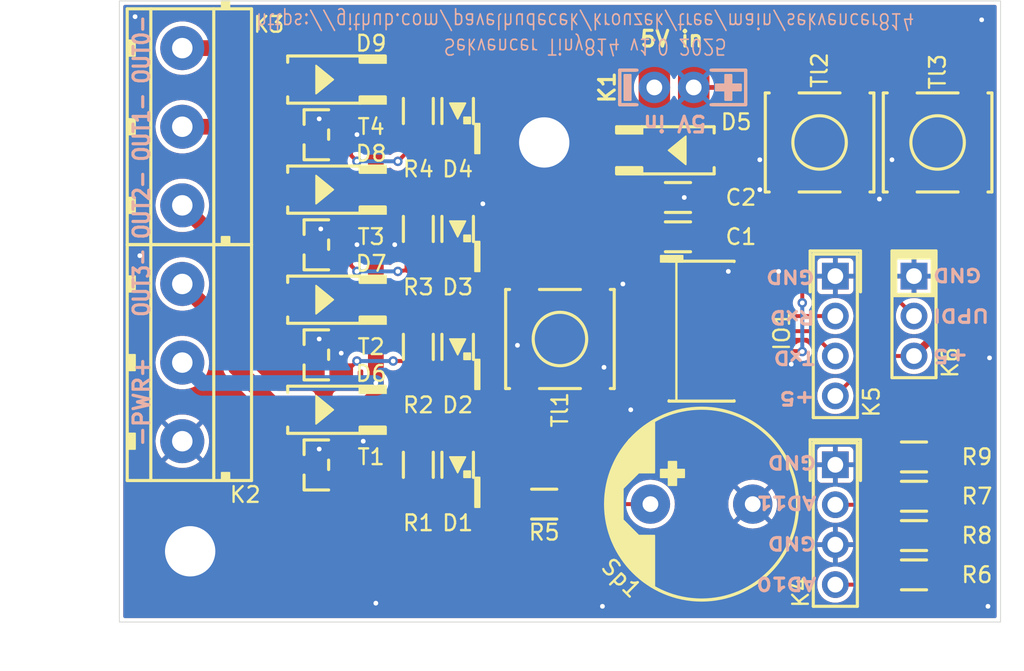
<source format=kicad_pcb>
(kicad_pcb (version 20240108) (generator "pcbnew") (generator_version "8.0")
  (layers (0 "F.Cu" signal) (31 "B.Cu" signal) (34 "B.Paste" user) (35 "F.Paste" user) (36 "B.SilkS" user "B.Silkscreen") (37 "F.SilkS" user "F.Silkscreen") (38 "B.Mask" user) (39 "F.Mask" user) (44 "Edge.Cuts" user))
  (net 0 "")
  (net 1 "GNDD")
  (net 2 "+5V")
  (net 3 "Net-(D1-A)")
  (net 4 "Net-(D2-A)")
  (net 5 "Net-(D3-A)")
  (net 6 "Net-(D4-A)")
  (net 7 "Net-(D6-K)")
  (net 8 "Net-(D6-A)")
  (net 9 "Net-(D7-A)")
  (net 10 "Net-(D8-A)")
  (net 11 "Net-(D9-A)")
  (net 12 "/RxD")
  (net 13 "/AD10")
  (net 14 "/PIP")
  (net 15 "/UPDI+TL")
  (net 16 "/TxD")
  (net 17 "/AD11")
  (net 18 "/OUT1")
  (net 19 "/OUT0")
  (net 20 "/OUT2")
  (net 21 "/OUT3")
  (net 22 "/Tlac2")
  (net 23 "Net-(Sp1-p)")
  (net 24 "/Tlac1")
  (net 25 "Net-(K4-Pin_4)")
  (net 26 "Net-(K4-Pin_2)")
  (footprint "_pasivni:R_1206-hand" (layer "F.Cu") (at 119 75 90)
    (property "Reference" "R3" (at -3.7 0 180) (layer "F.SilkS"))
    (property "Value" "3k 1%")
    (pad "1" smd roundrect (at -1.9 0 90) (size 1.8 1.75) (layers "F.Cu" "F.Paste" "F.Mask") (roundrect_rratio 0.094) (net 18 "/OUT1"))
    (pad "2" smd roundrect (at 1.9 0 90) (size 1.8 1.75) (layers "F.Cu" "F.Paste" "F.Mask") (roundrect_rratio 0.094) (net 5 "Net-(D3-A)"))
  )
  (footprint "_konektory:ARK500-3" (layer "F.Cu") (at 104 88.5 90)
    (property "Reference" "K2" (at -3.4 4 180) (layer "F.SilkS"))
    (property "Value" "ARK500-3")
    (pad "1" thru_hole circle (at 0 0 90) (size 2.8 2.8) (drill 1.3) (layers "*.Cu" "*.Mask") (net 1 "GNDD"))
    (pad "2" thru_hole circle (at 5 0 90) (size 2.8 2.8) (drill 1.3) (layers "*.Cu" "*.Mask") (net 7 "Net-(D6-K)"))
    (pad "3" thru_hole circle (at 10 0 90) (size 2.8 2.8) (drill 1.3) (layers "*.Cu" "*.Mask") (net 8 "Net-(D6-A)"))
  )
  (footprint "_pasivni:R_1206-hand" (layer "F.Cu") (at 119 82.5 90)
    (property "Reference" "R2" (at -3.7 0 180) (layer "F.SilkS"))
    (property "Value" "3k 1%")
    (pad "1" smd roundrect (at -1.9 0 90) (size 1.8 1.75) (layers "F.Cu" "F.Paste" "F.Mask") (roundrect_rratio 0.094) (net 20 "/OUT2"))
    (pad "2" smd roundrect (at 1.9 0 90) (size 1.8 1.75) (layers "F.Cu" "F.Paste" "F.Mask") (roundrect_rratio 0.094) (net 4 "Net-(D2-A)"))
  )
  (footprint "_pasivni:R_1206-hand" (layer "F.Cu") (at 127 92.5 180)
    (property "Reference" "R5" (at 0 -1.8 0) (layer "F.SilkS"))
    (property "Value" "100R")
    (pad "1" smd roundrect (at -1.9 0 180) (size 1.8 1.75) (layers "F.Cu" "F.Paste" "F.Mask") (roundrect_rratio 0.094) (net 23 "Net-(Sp1-p)"))
    (pad "2" smd roundrect (at 1.9 0 180) (size 1.8 1.75) (layers "F.Cu" "F.Paste" "F.Mask") (roundrect_rratio 0.094) (net 14 "/PIP"))
  )
  (footprint "_diskretni:LED1206-hand" (layer "F.Cu") (at 121.5 75 90)
    (property "Reference" "D3" (at -3.7 0 180) (layer "F.SilkS"))
    (property "Value" "R")
    (pad "1" smd roundrect (at -1.9 0 90) (size 1.8 1.75) (layers "F.Cu" "F.Paste" "F.Mask") (roundrect_rratio 0.094) (net 1 "GNDD"))
    (pad "2" smd roundrect (at 1.9 0 90) (size 1.8 1.75) (layers "F.Cu" "F.Paste" "F.Mask") (roundrect_rratio 0.088) (net 5 "Net-(D3-A)"))
  )
  (footprint "_io:SO14-hand" (layer "F.Cu") (at 137 81.5)
    (property "Reference" "IO1" (at 5.1 0 90) (layer "F.SilkS"))
    (property "Value" "ATtiny814")
    (pad "1" smd rect (at -3.3 -3.81) (size 2 0.6) (layers "F.Cu" "F.Paste" "F.Mask") (net 2 "+5V"))
    (pad "2" smd rect (at -3.3 -2.54) (size 2 0.6) (layers "F.Cu" "F.Paste" "F.Mask") (net 19 "/OUT0"))
    (pad "3" smd rect (at -3.3 -1.27) (size 2 0.6) (layers "F.Cu" "F.Paste" "F.Mask") (net 18 "/OUT1"))
    (pad "4" smd rect (at -3.3 0) (size 2 0.6) (layers "F.Cu" "F.Paste" "F.Mask") (net 20 "/OUT2"))
    (pad "5" smd rect (at -3.3 1.27) (size 2 0.6) (layers "F.Cu" "F.Paste" "F.Mask") (net 21 "/OUT3"))
    (pad "6" smd rect (at -3.3 2.54) (size 2 0.6) (layers "F.Cu" "F.Paste" "F.Mask") (net 24 "/Tlac1"))
    (pad "7" smd rect (at -3.3 3.81) (size 2 0.6) (layers "F.Cu" "F.Paste" "F.Mask") (net 14 "/PIP"))
    (pad "8" smd rect (at 3.3 3.81) (size 2 0.6) (layers "F.Cu" "F.Paste" "F.Mask") (net 13 "/AD10"))
    (pad "9" smd rect (at 3.3 2.54) (size 2 0.6) (layers "F.Cu" "F.Paste" "F.Mask") (net 17 "/AD11"))
    (pad "10" smd rect (at 3.3 1.27) (size 2 0.6) (layers "F.Cu" "F.Paste" "F.Mask") (net 15 "/UPDI+TL"))
    (pad "11" smd rect (at 3.3 0) (size 2 0.6) (layers "F.Cu" "F.Paste" "F.Mask") (net 16 "/TxD"))
    (pad "12" smd rect (at 3.3 -1.27) (size 2 0.6) (layers "F.Cu" "F.Paste" "F.Mask") (net 12 "/RxD"))
    (pad "13" smd rect (at 3.3 -2.54) (size 2 0.6) (layers "F.Cu" "F.Paste" "F.Mask") (net 22 "/Tlac2"))
    (pad "14" smd rect (at 3.3 -3.81) (size 2 0.6) (layers "F.Cu" "F.Paste" "F.Mask") (net 1 "GNDD"))
  )
  (footprint "_diskretni:LED1206-hand" (layer "F.Cu") (at 121.5 67.5 90)
    (property "Reference" "D4" (at -3.7 0 180) (layer "F.SilkS"))
    (property "Value" "R")
    (pad "1" smd roundrect (at -1.9 0 90) (size 1.8 1.75) (layers "F.Cu" "F.Paste" "F.Mask") (roundrect_rratio 0.094) (net 1 "GNDD"))
    (pad "2" smd roundrect (at 1.9 0 90) (size 1.8 1.75) (layers "F.Cu" "F.Paste" "F.Mask") (roundrect_rratio 0.088) (net 6 "Net-(D4-A)"))
  )
  (footprint "_pasivni:R_1206-hand" (layer "F.Cu") (at 119 67.5 90)
    (property "Reference" "R4" (at -3.7 0 180) (layer "F.SilkS"))
    (property "Value" "3k 1%")
    (pad "1" smd roundrect (at -1.9 0 90) (size 1.8 1.75) (layers "F.Cu" "F.Paste" "F.Mask") (roundrect_rratio 0.094) (net 19 "/OUT0"))
    (pad "2" smd roundrect (at 1.9 0 90) (size 1.8 1.75) (layers "F.Cu" "F.Paste" "F.Mask") (roundrect_rratio 0.094) (net 6 "Net-(D4-A)"))
  )
  (footprint "_pasivni:R_1206-hand" (layer "F.Cu") (at 150.5 89.5 180)
    (property "Reference" "R9" (at -4 0 0) (layer "F.SilkS"))
    (property "Value" "3k 1%")
    (pad "1" smd roundrect (at -1.9 0 180) (size 1.8 1.75) (layers "F.Cu" "F.Paste" "F.Mask") (roundrect_rratio 0.094) (net 17 "/AD11"))
    (pad "2" smd roundrect (at 1.9 0 180) (size 1.8 1.75) (layers "F.Cu" "F.Paste" "F.Mask") (roundrect_rratio 0.094) (net 1 "GNDD"))
  )
  (footprint "_pasivni:R_1206-hand" (layer "F.Cu") (at 150.5 92 180)
    (property "Reference" "R7" (at -4 0 0) (layer "F.SilkS"))
    (property "Value" "27k 1%")
    (pad "1" smd roundrect (at -1.9 0 180) (size 1.8 1.75) (layers "F.Cu" "F.Paste" "F.Mask") (roundrect_rratio 0.094) (net 17 "/AD11"))
    (pad "2" smd roundrect (at 1.9 0 180) (size 1.8 1.75) (layers "F.Cu" "F.Paste" "F.Mask") (roundrect_rratio 0.094) (net 26 "Net-(K4-Pin_2)"))
  )
  (footprint "_diskretni:LED1206-hand" (layer "F.Cu") (at 121.5 90 90)
    (property "Reference" "D1" (at -3.7 0 180) (layer "F.SilkS"))
    (property "Value" "R")
    (pad "1" smd roundrect (at -1.9 0 90) (size 1.8 1.75) (layers "F.Cu" "F.Paste" "F.Mask") (roundrect_rratio 0.094) (net 1 "GNDD"))
    (pad "2" smd roundrect (at 1.9 0 90) (size 1.8 1.75) (layers "F.Cu" "F.Paste" "F.Mask") (roundrect_rratio 0.088) (net 3 "Net-(D1-A)"))
  )
  (footprint "_konektory:kon-1x2-s2x4+holes-pwr" (layer "F.Cu") (at 136.5 66 -90)
    (property "Reference" "K1" (at 0 5.5 90) (layer "F.SilkS") (effects (font (thickness 0.2))))
    (property "Value" "dnp")
    (pad "1" thru_hole circle (at 0 0 270) (size 2 2) (drill 1) (layers "*.Cu" "*.Mask") (net 1 "GNDD"))
    (pad "1" smd rect (at 0 0 270) (size 4 2) (layers "F.Cu" "F.Paste" "F.Mask") (net 1 "GNDD"))
    (pad "2" thru_hole circle (at 0 2.5 270) (size 2 2) (drill 1) (layers "*.Cu" "*.Mask") (net 2 "+5V"))
    (pad "2" smd rect (at 0 2.5 270) (size 4 2) (layers "F.Cu" "F.Paste" "F.Mask") (net 2 "+5V"))
  )
  (footprint "_diskretni:SOT23-hand" (layer "F.Cu") (at 112.5 76 180)
    (property "Reference" "T3" (at -3.5 0.5 0) (layer "F.SilkS"))
    (property "Value" "MOSFET-N")
    (pad "1" smd rect (at -1.6 -0.95 180) (size 1.5 0.8) (layers "F.Cu" "F.Paste" "F.Mask") (net 18 "/OUT1"))
    (pad "2" smd rect (at -1.6 0.95 180) (size 1.5 0.8) (layers "F.Cu" "F.Paste" "F.Mask") (net 1 "GNDD"))
    (pad "3" smd rect (at 1.6 0 180) (size 1.5 0.8) (layers "F.Cu" "F.Paste" "F.Mask") (net 10 "Net-(D8-A)"))
  )
  (footprint "_diskretni:SOT23-hand" (layer "F.Cu") (at 112.5 69 180)
    (property "Reference" "T4" (at -3.5 0.5 0) (layer "F.SilkS"))
    (property "Value" "MOSFET-N")
    (pad "1" smd rect (at -1.6 -0.95 180) (size 1.5 0.8) (layers "F.Cu" "F.Paste" "F.Mask") (net 19 "/OUT0"))
    (pad "2" smd rect (at -1.6 0.95 180) (size 1.5 0.8) (layers "F.Cu" "F.Paste" "F.Mask") (net 1 "GNDD"))
    (pad "3" smd rect (at 1.6 0 180) (size 1.5 0.8) (layers "F.Cu" "F.Paste" "F.Mask") (net 11 "Net-(D9-A)"))
  )
  (footprint "_pasivni:R_1206-hand" (layer "F.Cu") (at 150.5 94.5 180)
    (property "Reference" "R8" (at -4 0 0) (layer "F.SilkS"))
    (property "Value" "3k 1%")
    (pad "1" smd roundrect (at -1.9 0 180) (size 1.8 1.75) (layers "F.Cu" "F.Paste" "F.Mask") (roundrect_rratio 0.094) (net 13 "/AD10"))
    (pad "2" smd roundrect (at 1.9 0 180) (size 1.8 1.75) (layers "F.Cu" "F.Paste" "F.Mask") (roundrect_rratio 0.094) (net 1 "GNDD"))
  )
  (footprint "_konektory:kon-1x3_P2.54_Vertical" (layer "F.Cu") (at 150.5 78)
    (property "Reference" "K6" (at 2.3 5.5 90) (layer "F.SilkS"))
    (property "Value" "dnp")
    (pad "1" thru_hole rect (at 0 0) (size 1.7 1.7) (drill 1) (layers "*.Cu" "*.Mask") (net 1 "GNDD"))
    (pad "2" thru_hole oval (at 0 2.54) (size 1.7 1.7) (drill 1) (layers "*.Cu" "*.Mask") (net 15 "/UPDI+TL"))
    (pad "3" thru_hole oval (at 0 5.08) (size 1.7 1.7) (drill 1) (layers "*.Cu" "*.Mask") (net 2 "+5V"))
  )
  (footprint "_pasivni:R_1206-hand" (layer "F.Cu") (at 135.5 73 180)
    (property "Reference" "C2" (at -4 0 0) (layer "F.SilkS"))
    (property "Value" "10µ")
    (pad "1" smd roundrect (at -1.9 0 180) (size 1.8 1.75) (layers "F.Cu" "F.Paste" "F.Mask") (roundrect_rratio 0.094) (net 1 "GNDD"))
    (pad "2" smd roundrect (at 1.9 0 180) (size 1.8 1.75) (layers "F.Cu" "F.Paste" "F.Mask") (roundrect_rratio 0.094) (net 2 "+5V"))
  )
  (footprint "_pasivni:R_1206-hand" (layer "F.Cu") (at 135.5 75.5 180)
    (property "Reference" "C1" (at -4 0 0) (layer "F.SilkS"))
    (property "Value" "100n")
    (pad "1" smd roundrect (at -1.9 0 180) (size 1.8 1.75) (layers "F.Cu" "F.Paste" "F.Mask") (roundrect_rratio 0.094) (net 1 "GNDD"))
    (pad "2" smd roundrect (at 1.9 0 180) (size 1.8 1.75) (layers "F.Cu" "F.Paste" "F.Mask") (roundrect_rratio 0.094) (net 2 "+5V"))
  )
  (footprint "_diskretni:D-SMA-hand" (layer "F.Cu") (at 135.5 70)
    (property "Reference" "D5" (at 3.7 -1.8 0) (layer "F.SilkS"))
    (property "Value" "D-SMA")
    (pad "1" smd rect (at -2.4 0) (size 3.1 1.8) (layers "F.Cu" "F.Paste" "F.Mask") (net 2 "+5V"))
    (pad "2" smd rect (at 2.4 0) (size 3.1 1.8) (layers "F.Cu" "F.Paste" "F.Mask") (net 1 "GNDD"))
  )
  (footprint "_ostatni:TD-03-hand" (layer "F.Cu") (at 128 82 90)
    (property "Reference" "Tl1" (at -4.5 0 90) (layer "F.SilkS"))
    (property "Value" "TACTM-34N-F")
    (pad "1" smd rect (at -4.5 -2.25 90) (size 2.5 1.3) (layers "F.Cu" "F.Paste" "F.Mask") (net 1 "GNDD"))
    (pad "1" smd rect (at 4.5 -2.25 90) (size 2.5 1.3) (layers "F.Cu" "F.Paste" "F.Mask") (net 1 "GNDD"))
    (pad "2" smd rect (at -4.5 2.25 90) (size 2.5 1.3) (layers "F.Cu" "F.Paste" "F.Mask") (net 24 "/Tlac1"))
    (pad "2" smd rect (at 4.5 2.25 90) (size 2.5 1.3) (layers "F.Cu" "F.Paste" "F.Mask") (net 24 "/Tlac1"))
  )
  (footprint "_ostatni:repro-D12-RM6.5-pol" (layer "F.Cu") (at 137 92.5)
    (property "Reference" "Sp1" (at -5.1 4.7 135) (layer "F.SilkS"))
    (property "Value" "repro")
    (pad "1" thru_hole circle (at -3.25 0) (size 2.5 2.5) (drill 1) (layers "*.Cu" "*.Mask") (net 23 "Net-(Sp1-p)"))
    (pad "2" thru_hole circle (at 3.25 0) (size 2.5 2.5) (drill 1) (layers "*.Cu" "*.Mask") (net 1 "GNDD"))
  )
  (footprint "_diskretni:SOT23-hand" (layer "F.Cu") (at 112.5 83 180)
    (property "Reference" "T2" (at -3.5 0.5 0) (layer "F.SilkS"))
    (property "Value" "MOSFET-N")
    (pad "1" smd rect (at -1.6 -0.95 180) (size 1.5 0.8) (layers "F.Cu" "F.Paste" "F.Mask") (net 20 "/OUT2"))
    (pad "2" smd rect (at -1.6 0.95 180) (size 1.5 0.8) (layers "F.Cu" "F.Paste" "F.Mask") (net 1 "GNDD"))
    (pad "3" smd rect (at 1.6 0 180) (size 1.5 0.8) (layers "F.Cu" "F.Paste" "F.Mask") (net 9 "Net-(D7-A)"))
  )
  (footprint "_diskretni:D-SMA-hand" (layer "F.Cu") (at 113 72.5 180)
    (property "Reference" "D8" (at -3 2.3 0) (layer "F.SilkS"))
    (property "Value" "D-SMA")
    (pad "1" smd rect (at -2.4 0 180) (size 3.1 1.8) (layers "F.Cu" "F.Paste" "F.Mask") (net 7 "Net-(D6-K)"))
    (pad "2" smd rect (at 2.4 0 180) (size 3.1 1.8) (layers "F.Cu" "F.Paste" "F.Mask") (net 10 "Net-(D8-A)"))
  )
  (footprint "_diskretni:SOT23-hand" (layer "F.Cu") (at 112.5 90 180)
    (property "Reference" "T1" (at -3.5 0.5 0) (layer "F.SilkS"))
    (property "Value" "MOSFET-N")
    (pad "1" smd rect (at -1.6 -0.95 180) (size 1.5 0.8) (layers "F.Cu" "F.Paste" "F.Mask") (net 21 "/OUT3"))
    (pad "2" smd rect (at -1.6 0.95 180) (size 1.5 0.8) (layers "F.Cu" "F.Paste" "F.Mask") (net 1 "GNDD"))
    (pad "3" smd rect (at 1.6 0 180) (size 1.5 0.8) (layers "F.Cu" "F.Paste" "F.Mask") (net 8 "Net-(D6-A)"))
  )
  (footprint "_pasivni:R_1206-hand" (layer "F.Cu") (at 150.5 97 180)
    (property "Reference" "R6" (at -4 0 0) (layer "F.SilkS"))
    (property "Value" "27k 1%")
    (pad "1" smd roundrect (at -1.9 0 180) (size 1.8 1.75) (layers "F.Cu" "F.Paste" "F.Mask") (roundrect_rratio 0.094) (net 13 "/AD10"))
    (pad "2" smd roundrect (at 1.9 0 180) (size 1.8 1.75) (layers "F.Cu" "F.Paste" "F.Mask") (roundrect_rratio 0.094) (net 25 "Net-(K4-Pin_4)"))
  )
  (footprint "_diskretni:D-SMA-hand" (layer "F.Cu") (at 113 79.5 180)
    (property "Reference" "D7" (at -3 2.3 0) (layer "F.SilkS"))
    (property "Value" "D-SMA")
    (pad "1" smd rect (at -2.4 0 180) (size 3.1 1.8) (layers "F.Cu" "F.Paste" "F.Mask") (net 7 "Net-(D6-K)"))
    (pad "2" smd rect (at 2.4 0 180) (size 3.1 1.8) (layers "F.Cu" "F.Paste" "F.Mask") (net 9 "Net-(D7-A)"))
  )
  (footprint "_mechanika:PTH-M3-7.5" (layer "F.Cu") (at 104.5 95.5)
    (property "Reference" "M1" (hide yes))
    (property "Value" "dnp" (hide yes))
    (pad "1" thru_hole circle (at 0 0) (size 7.5 7.5) (drill 3.2) (layers "*.Cu" "*.Mask") (net 1 "GNDD"))
  )
  (footprint "_diskretni:D-SMA-hand" (layer "F.Cu") (at 113 86.5 180)
    (property "Reference" "D6" (at -3 2.3 0) (layer "F.SilkS"))
    (property "Value" "D-SMA")
    (pad "1" smd rect (at -2.4 0 180) (size 3.1 1.8) (layers "F.Cu" "F.Paste" "F.Mask") (net 7 "Net-(D6-K)"))
    (pad "2" smd rect (at 2.4 0 180) (size 3.1 1.8) (layers "F.Cu" "F.Paste" "F.Mask") (net 8 "Net-(D6-A)"))
  )
  (footprint "_ostatni:TD-03-hand" (layer "F.Cu") (at 152 69.5 -90)
    (property "Reference" "Tl3" (at -4.5 0 90) (layer "F.SilkS"))
    (property "Value" "TACTM-34N-F")
    (pad "1" smd rect (at -4.5 -2.25 270) (size 2.5 1.3) (layers "F.Cu" "F.Paste" "F.Mask") (net 1 "GNDD"))
    (pad "1" smd rect (at 4.5 -2.25 270) (size 2.5 1.3) (layers "F.Cu" "F.Paste" "F.Mask") (net 1 "GNDD"))
    (pad "2" smd rect (at -4.5 2.25 270) (size 2.5 1.3) (layers "F.Cu" "F.Paste" "F.Mask") (net 15 "/UPDI+TL"))
    (pad "2" smd rect (at 4.5 2.25 270) (size 2.5 1.3) (layers "F.Cu" "F.Paste" "F.Mask") (net 15 "/UPDI+TL"))
  )
  (footprint "_diskretni:LED1206-hand" (layer "F.Cu") (at 121.5 82.5 90)
    (property "Reference" "D2" (at -3.7 0 180) (layer "F.SilkS"))
    (property "Value" "R")
    (pad "1" smd roundrect (at -1.9 0 90) (size 1.8 1.75) (layers "F.Cu" "F.Paste" "F.Mask") (roundrect_rratio 0.094) (net 1 "GNDD"))
    (pad "2" smd roundrect (at 1.9 0 90) (size 1.8 1.75) (layers "F.Cu" "F.Paste" "F.Mask") (roundrect_rratio 0.088) (net 4 "Net-(D2-A)"))
  )
  (footprint "_diskretni:D-SMA-hand" (layer "F.Cu") (at 113 65.5 180)
    (property "Reference" "D9" (at -3 2.3 0) (layer "F.SilkS"))
    (property "Value" "D-SMA")
    (pad "1" smd rect (at -2.4 0 180) (size 3.1 1.8) (layers "F.Cu" "F.Paste" "F.Mask") (net 7 "Net-(D6-K)"))
    (pad "2" smd rect (at 2.4 0 180) (size 3.1 1.8) (layers "F.Cu" "F.Paste" "F.Mask") (net 11 "Net-(D9-A)"))
  )
  (footprint "_mechanika:PTH-M3-7.5" (layer "F.Cu") (at 127 69.5)
    (property "Reference" "M2" (hide yes))
    (property "Value" "dnp" (hide yes))
    (pad "1" thru_hole circle (at 0 0) (size 7.5 7.5) (drill 3.2) (layers "*.Cu" "*.Mask") (net 1 "GNDD"))
  )
  (footprint "_konektory:ARK500-3" (layer "F.Cu") (at 104 73.5 90)
    (property "Reference" "K3" (at 11.5 5.5 0) (layer "F.SilkS"))
    (property "Value" "ARK500-3")
    (pad "1" thru_hole circle (at 0 0 90) (size 2.8 2.8) (drill 1.3) (layers "*.Cu" "*.Mask") (net 9 "Net-(D7-A)"))
    (pad "2" thru_hole circle (at 5 0 90) (size 2.8 2.8) (drill 1.3) (layers "*.Cu" "*.Mask") (net 10 "Net-(D8-A)"))
    (pad "3" thru_hole circle (at 10 0 90) (size 2.8 2.8) (drill 1.3) (layers "*.Cu" "*.Mask") (net 11 "Net-(D9-A)"))
  )
  (footprint "_pasivni:R_1206-hand" (layer "F.Cu") (at 119 90 90)
    (property "Reference" "R1" (at -3.7 0 180) (layer "F.SilkS"))
    (property "Value" "3k 1%")
    (pad "1" smd roundrect (at -1.9 0 90) (size 1.8 1.75) (layers "F.Cu" "F.Paste" "F.Mask") (roundrect_rratio 0.094) (net 21 "/OUT3"))
    (pad "2" smd roundrect (at 1.9 0 90) (size 1.8 1.75) (layers "F.Cu" "F.Paste" "F.Mask") (roundrect_rratio 0.094) (net 3 "Net-(D1-A)"))
  )
  (footprint "_konektory:kon-1x4-D1-1,7" (layer "F.Cu") (at 145.5 90)
    (property "Reference" "K4" (at -2.2 8.1 90) (layer "F.SilkS"))
    (property "Value" "dnp")
    (pad "1" thru_hole rect (at 0 0) (size 1.7 1.7) (drill 1) (layers "*.Cu" "*.Mask") (net 1 "GNDD"))
    (pad "2" thru_hole oval (at 0 2.54) (size 1.7 1.7) (drill 1) (layers "*.Cu" "*.Mask") (net 26 "Net-(K4-Pin_2)"))
    (pad "3" thru_hole oval (at 0 5.08) (size 1.7 1.7) (drill 1) (layers "*.Cu" "*.Mask") (net 1 "GNDD"))
    (pad "4" thru_hole oval (at 0 7.62) (size 1.7 1.7) (drill 1) (layers "*.Cu" "*.Mask") (net 25 "Net-(K4-Pin_4)"))
  )
  (footprint "_ostatni:TD-03-hand" (layer "F.Cu") (at 144.5 69.5 -90)
    (property "Reference" "Tl2" (at -4.6 0 90) (layer "F.SilkS"))
    (property "Value" "TACTM-34N-F")
    (pad "1" smd rect (at -4.5 -2.25 270) (size 2.5 1.3) (layers "F.Cu" "F.Paste" "F.Mask") (net 1 "GNDD"))
    (pad "1" smd rect (at 4.5 -2.25 270) (size 2.5 1.3) (layers "F.Cu" "F.Paste" "F.Mask") (net 1 "GNDD"))
    (pad "2" smd rect (at -4.5 2.25 270) (size 2.5 1.3) (layers "F.Cu" "F.Paste" "F.Mask") (net 22 "/Tlac2"))
    (pad "2" smd rect (at 4.5 2.25 270) (size 2.5 1.3) (layers "F.Cu" "F.Paste" "F.Mask") (net 22 "/Tlac2"))
  )
  (footprint "_konektory:kon-1x4-D1-1,7" (layer "F.Cu") (at 145.5 78)
    (property "Reference" "K5" (at 2.3 8 90) (layer "F.SilkS"))
    (property "Value" "dnp")
    (pad "1" thru_hole rect (at 0 0) (size 1.7 1.7) (drill 1) (layers "*.Cu" "*.Mask") (net 1 "GNDD"))
    (pad "2" thru_hole oval (at 0 2.54) (size 1.7 1.7) (drill 1) (layers "*.Cu" "*.Mask") (net 12 "/RxD"))
    (pad "3" thru_hole oval (at 0 5.08) (size 1.7 1.7) (drill 1) (layers "*.Cu" "*.Mask") (net 16 "/TxD"))
    (pad "4" thru_hole oval (at 0 7.62) (size 1.7 1.7) (drill 1) (layers "*.Cu" "*.Mask") (net 2 "+5V"))
  )
  (gr_rect (start 100 60.5) (end 156 100) (stroke (width 0.05)) (fill none) (layer "Edge.Cuts"))
  (gr_text "AD10\n\nGND\n\nAD11\n\nGND" (at 144.4 93.7 180) (layer "B.SilkS") (effects (font (size 0.8 1) (thickness 0.2) (bold yes)) (justify left)))
  (gr_text "+5\n\nTxD\n\nRxD\n\nGND" (at 144.3 81.9 180) (layer "B.SilkS") (effects (font (size 0.8 1) (thickness 0.2) (bold yes)) (justify left)))
  (gr_text "5V in" (at 135.3 67.7 180) (layer "B.SilkS") (effects (font (size 1 1) (thickness 0.2) (bold yes)) (justify bottom)))
  (gr_text "OUT3- OUT2- OUT1- OUT0-" (at 102 71 90) (layer "B.SilkS") (effects (font (size 1 0.85) (thickness 0.2) (bold yes)) (justify bottom)))
  (gr_text "Sekvencer Tiny814 v1.0 2025\nhttps://github.com/pavelhudecek/krouzek/tree/main/sekvencer814" (at 129.6 61.2 180) (layer "B.SilkS") (effects (font (size 1 0.8) (thickness 0.1)) (justify bottom mirror)))
  (gr_text "-PWR+" (at 102 86 90) (layer "B.SilkS") (effects (font (size 1 1) (thickness 0.2) (bold yes)) (justify bottom)))
  (gr_text "+5\n\nUPDI\n\nGND" (at 151.6 80.5 180) (layer "B.SilkS") (effects (font (size 0.8 1) (thickness 0.2) (bold yes)) (justify right)))
  (gr_text "5V in" (at 133 63.5 0) (layer "F.SilkS") (effects (font (size 1 1) (thickness 0.2) (bold yes)) (justify left bottom)))
  (via (at 116.3 98.8) (size 0.6) (drill 0.3) (layers "F.Cu" "B.Cu") (net 1))
  (via (at 117.5 76) (size 0.6) (drill 0.3) (layers "F.Cu" "B.Cu") (net 1))
  (via (at 114.1 82.9) (size 0.6) (drill 0.3) (layers "F.Cu" "B.Cu") (net 1))
  (via (at 132 78.5) (size 0.6) (drill 0.3) (layers "F.Cu" "B.Cu") (net 1))
  (via (at 148.3 73.1) (size 0.6) (drill 0.3) (layers "F.Cu" "B.Cu") (net 1))
  (via (at 112.7 89) (size 0.6) (drill 0.3) (layers "F.Cu" "B.Cu") (net 1))
  (via (at 140.7 72.5) (size 0.6) (drill 0.3) (layers "F.Cu" "B.Cu") (net 1))
  (via (at 112.7 68) (size 0.6) (drill 0.3) (layers "F.Cu" "B.Cu") (net 1))
  (via (at 155.2 99) (size 0.6) (drill 0.3) (layers "F.Cu" "B.Cu") (net 1))
  (via (at 140.7 70.6) (size 0.6) (drill 0.3) (layers "F.Cu" "B.Cu") (net 1))
  (via (at 154.8 61.7) (size 0.6) (drill 0.3) (layers "F.Cu" "B.Cu") (net 1))
  (via (at 155.3 83.2) (size 0.6) (drill 0.3) (layers "F.Cu" "B.Cu") (net 1))
  (via (at 125.3 82.4) (size 0.6) (drill 0.3) (layers "F.Cu" "B.Cu") (net 1))
  (via (at 138.7 77.7) (size 0.6) (drill 0.3) (layers "F.Cu" "B.Cu") (net 1))
  (via (at 135.9 73) (size 0.6) (drill 0.3) (layers "F.Cu" "B.Cu") (net 1))
  (via (at 112.8 75) (size 0.6) (drill 0.3) (layers "F.Cu" "B.Cu") (net 1))
  (via (at 115.1 69) (size 0.6) (drill 0.3) (layers "F.Cu" "B.Cu") (net 1))
  (via (at 130.7 99) (size 0.6) (drill 0.3) (layers "F.Cu" "B.Cu") (net 1))
  (via (at 123.1 73.4) (size 0.6) (drill 0.3) (layers "F.Cu" "B.Cu") (net 1))
  (via (at 142.7 83.6) (size 0.6) (drill 0.3) (layers "F.Cu" "B.Cu") (net 1))
  (via (at 149.1 70.6) (size 0.6) (drill 0.3) (layers "F.Cu" "B.Cu") (net 1))
  (via (at 130.8 83.8) (size 0.6) (drill 0.3) (layers "F.Cu" "B.Cu") (net 1))
  (via (at 115.5 88.5) (size 0.6) (drill 0.3) (layers "F.Cu" "B.Cu") (net 1))
  (via (at 115.1 76) (size 0.6) (drill 0.3) (layers "F.Cu" "B.Cu") (net 1))
  (via (at 101 61.5) (size 0.6) (drill 0.3) (layers "F.Cu" "B.Cu") (net 1))
  (via (at 141.9 77.7) (size 0.6) (drill 0.3) (layers "F.Cu" "B.Cu") (net 1))
  (via (at 112.7 82) (size 0.6) (drill 0.3) (layers "F.Cu" "B.Cu") (net 1))
  (via (at 132.5 86.5) (size 0.6) (drill 0.3) (layers "F.Cu" "B.Cu") (net 1))
  (via (at 101.3 76.7) (size 0.6) (drill 0.3) (layers "F.Cu" "B.Cu") (net 1))
  (segment (start 133.6 66.4) (end 134 66) (width 0.5) (layer "F.Cu") (net 2))
  (segment (start 133.6 73) (end 135.025 71.575) (width 0.5) (layer "F.Cu") (net 2))
  (segment (start 152.6 73.2) (end 152.6 80.98) (width 0.5) (layer "F.Cu") (net 2))
  (segment (start 133.6 73) (end 133.6 75.5) (width 0.5) (layer "F.Cu") (net 2))
  (segment (start 135.025 71.575) (end 150.975 71.575) (width 0.5) (layer "F.Cu") (net 2))
  (segment (start 148.04 83.08) (end 150.5 83.08) (width 0.25) (layer "F.Cu") (net 2))
  (segment (start 150.975 71.575) (end 152.6 73.2) (width 0.5) (layer "F.Cu") (net 2))
  (segment (start 145.5 85.62) (end 148.04 83.08) (width 0.25) (layer "F.Cu") (net 2))
  (segment (start 152.6 80.98) (end 150.5 83.08) (width 0.5) (layer "F.Cu") (net 2))
  (segment (start 133.6 75.5) (end 133.6 77.7) (width 0.5) (layer "F.Cu") (net 2))
  (segment (start 133.6 73) (end 133.6 66.4) (width 0.5) (layer "F.Cu") (net 2))
  (segment (start 119 88.1) (end 121.5 88.1) (width 0.25) (layer "F.Cu") (net 3))
  (segment (start 119 80.6) (end 121.5 80.6) (width 0.25) (layer "F.Cu") (net 4))
  (segment (start 119 73.1) (end 121.5 73.1) (width 0.25) (layer "F.Cu") (net 5))
  (segment (start 119 65.6) (end 121.5 65.6) (width 0.25) (layer "F.Cu") (net 6))
  (segment (start 116.3 69.665568) (end 116.3 84.8) (width 1) (layer "F.Cu") (net 7))
  (segment (start 116.3 84.8) (end 116.3 85.6) (width 1) (layer "F.Cu") (net 7))
  (segment (start 116.3 85.6) (end 115.4 86.5) (width 1) (layer "F.Cu") (net 7))
  (segment (start 116.3 65.5) (end 116.3 69.665568) (width 1) (layer "F.Cu") (net 7))
  (segment (start 115.4 65.5) (end 116.3 65.5) (width 1) (layer "F.Cu") (net 7))
  (via (at 116.3 84.8) (size 0.6) (drill 0.3) (layers "F.Cu" "B.Cu") (net 7))
  (segment (start 105.3 84.8) (end 116.3 84.8) (width 1) (layer "B.Cu") (net 7))
  (segment (start 104 83.5) (end 105.3 84.8) (width 1) (layer "B.Cu") (net 7))
  (segment (start 110.1 86.5) (end 110.6 86.5) (width 1) (layer "F.Cu") (net 8))
  (segment (start 104 78.5) (end 107.4 81.9) (width 1) (layer "F.Cu") (net 8))
  (segment (start 110.9 86.8) (end 110.9 90) (width 1) (layer "F.Cu") (net 8))
  (segment (start 110.6 86.5) (end 110.9 86.8) (width 1) (layer "F.Cu") (net 8))
  (segment (start 107.4 83.8) (end 110.1 86.5) (width 1) (layer "F.Cu") (net 8))
  (segment (start 107.4 81.9) (end 107.4 83.8) (width 1) (layer "F.Cu") (net 8))
  (segment (start 110.9 79.8) (end 110.6 79.5) (width 1) (layer "F.Cu") (net 9))
  (segment (start 104 73.5) (end 110 79.5) (width 1) (layer "F.Cu") (net 9))
  (segment (start 110 79.5) (end 110.6 79.5) (width 1) (layer "F.Cu") (net 9))
  (segment (start 110.9 83) (end 110.9 79.8) (width 1) (layer "F.Cu") (net 9))
  (segment (start 110.9 72.8) (end 110.6 72.5) (width 1) (layer "F.Cu") (net 10))
  (segment (start 104 68.5) (end 106.6 68.5) (width 1) (layer "F.Cu") (net 10))
  (segment (start 110.9 76) (end 110.9 72.8) (width 1) (layer "F.Cu") (net 10))
  (segment (start 106.6 68.5) (end 110.6 72.5) (width 1) (layer "F.Cu") (net 10))
  (segment (start 104 63.5) (end 108.6 63.5) (width 1) (layer "F.Cu") (net 11))
  (segment (start 110.9 65.8) (end 110.6 65.5) (width 1) (layer "F.Cu") (net 11))
  (segment (start 110.9 69) (end 110.9 65.8) (width 1) (layer "F.Cu") (net 11))
  (segment (start 108.6 63.5) (end 110.6 65.5) (width 1) (layer "F.Cu") (net 11))
  (segment (start 145.5 80.54) (end 142.41 80.54) (width 0.25) (layer "F.Cu") (net 12))
  (segment (start 142.1 80.23) (end 140.3 80.23) (width 0.25) (layer "F.Cu") (net 12))
  (segment (start 142.41 80.54) (end 142.1 80.23) (width 0.25) (layer "F.Cu") (net 12))
  (segment (start 152.4 97) (end 152.4 94.5) (width 0.25) (layer "F.Cu") (net 13))
  (segment (start 149.95 87.95) (end 144.25 87.95) (width 0.25) (layer "F.Cu") (net 13))
  (segment (start 144.25 87.95) (end 141.61 85.31) (width 0.25) (layer "F.Cu") (net 13))
  (segment (start 150.9 88.9) (end 149.95 87.95) (width 0.25) (layer "F.Cu") (net 13))
  (segment (start 141.61 85.31) (end 140.3 85.31) (width 0.25) (layer "F.Cu") (net 13))
  (segment (start 152.4 94.5) (end 150.9 93) (width 0.25) (layer "F.Cu") (net 13))
  (segment (start 150.9 93) (end 150.9 88.9) (width 0.25) (layer "F.Cu") (net 13))
  (segment (start 130.3 90.1) (end 127.5 90.1) (width 0.25) (layer "F.Cu") (net 14))
  (segment (start 127.5 90.1) (end 125.1 92.5) (width 0.25) (layer "F.Cu") (net 14))
  (segment (start 133.7 85.31) (end 132.39 85.31) (width 0.25) (layer "F.Cu") (net 14))
  (segment (start 131.7 88.7) (end 130.3 90.1) (width 0.25) (layer "F.Cu") (net 14))
  (segment (start 132.39 85.31) (end 131.7 86) (width 0.25) (layer "F.Cu") (net 14))
  (segment (start 131.7 86) (end 131.7 88.7) (width 0.25) (layer "F.Cu") (net 14))
  (segment (start 143.4 77) (end 143.4 79.7) (width 0.25) (layer "F.Cu") (net 15))
  (segment (start 143.4 82.8) (end 143.37 82.77) (width 0.25) (layer "F.Cu") (net 15))
  (segment (start 150.5 80.54) (end 147.9 77.94) (width 0.25) (layer "F.Cu") (net 15))
  (segment (start 144.2 76.2) (end 143.4 77) (width 0.25) (layer "F.Cu") (net 15))
  (segment (start 143.37 82.77) (end 140.3 82.77) (width 0.25) (layer "F.Cu") (net 15))
  (segment (start 148.2 76.2) (end 144.2 76.2) (width 0.25) (layer "F.Cu") (net 15))
  (segment (start 149.4 75) (end 148.2 76.2) (width 0.25) (layer "F.Cu") (net 15))
  (segment (start 147.9 77.94) (end 147.9 76.2) (width 0.25) (layer "F.Cu") (net 15))
  (via (at 143.4 82.8) (size 0.6) (drill 0.3) (layers "F.Cu" "B.Cu") (net 15))
  (via (at 143.4 79.7) (size 0.6) (drill 0.3) (layers "F.Cu" "B.Cu") (net 15))
  (segment (start 143.4 79.7) (end 143.4 82.8) (width 0.25) (layer "B.Cu") (net 15))
  (segment (start 143.92 81.5) (end 145.5 83.08) (width 0.25) (layer "F.Cu") (net 16))
  (segment (start 140.3 81.5) (end 143.92 81.5) (width 0.25) (layer "F.Cu") (net 16))
  (segment (start 141.94 84.04) (end 142.5 84.6) (width 0.25) (layer "F.Cu") (net 17))
  (segment (start 152.4 92) (end 152.4 89.5) (width 0.25) (layer "F.Cu") (net 17))
  (segment (start 142.5 84.6) (end 142.5 85.3) (width 0.25) (layer "F.Cu") (net 17))
  (segment (start 144.6 87.4) (end 150.3 87.4) (width 0.25) (layer "F.Cu") (net 17))
  (segment (start 142.5 85.3) (end 144.6 87.4) (width 0.25) (layer "F.Cu") (net 17))
  (segment (start 140.3 84.04) (end 141.94 84.04) (width 0.25) (layer "F.Cu") (net 17))
  (segment (start 150.3 87.4) (end 152.4 89.5) (width 0.25) (layer "F.Cu") (net 17))
  (segment (start 123 78.7) (end 120.8 78.7) (width 0.25) (layer "F.Cu") (net 18))
  (segment (start 117.7 77.7) (end 118.4 77.6) (width 0.25) (layer "F.Cu") (net 18))
  (segment (start 114.1 76.95) (end 114.35 76.95) (width 0.25) (layer "F.Cu") (net 18))
  (segment (start 114.35 76.95) (end 115.1 77.7) (width 0.25) (layer "F.Cu") (net 18))
  (segment (start 133.7 80.23) (end 124.53 80.23) (width 0.25) (layer "F.Cu") (net 18))
  (segment (start 120.8 78.7) (end 119 76.9) (width 0.25) (layer "F.Cu") (net 18))
  (segment (start 124.53 80.23) (end 123 78.7) (width 0.25) (layer "F.Cu") (net 18))
  (via (at 115.1 77.7) (size 0.6) (drill 0.3) (layers "F.Cu" "B.Cu") (net 18))
  (via (at 117.7 77.7) (size 0.6) (drill 0.3) (layers "F.Cu" "B.Cu") (net 18))
  (segment (start 115.1 77.7) (end 117.7 77.7) (width 0.25) (layer "B.Cu") (net 18))
  (segment (start 133 78.96) (end 132.56 79.4) (width 0.25) (layer "F.Cu") (net 19))
  (segment (start 124 73) (end 122.1 71.1) (width 0.25) (layer "F.Cu") (net 19))
  (segment (start 124 78.7) (end 124 73) (width 0.25) (layer "F.Cu") (net 19))
  (segment (start 120.7 71.1) (end 119 69.4) (width 0.25) (layer "F.Cu") (net 19))
  (segment (start 124.7 79.4) (end 124 78.7) (width 0.25) (layer "F.Cu") (net 19))
  (segment (start 117.7 70.7) (end 119 69.4) (width 0.25) (layer "F.Cu") (net 19))
  (segment (start 133.7 78.96) (end 133 78.96) (width 0.25) (layer "F.Cu") (net 19))
  (segment (start 114.35 69.95) (end 115.1 70.7) (width 0.25) (layer "F.Cu") (net 19))
  (segment (start 122.1 71.1) (end 120.7 71.1) (width 0.25) (layer "F.Cu") (net 19))
  (segment (start 114.1 69.95) (end 114.35 69.95) (width 0.25) (layer "F.Cu") (net 19))
  (segment (start 132.56 79.4) (end 124.7 79.4) (width 0.25) (layer "F.Cu") (net 19))
  (via (at 117.7 70.7) (size 0.6) (drill 0.3) (layers "F.Cu" "B.Cu") (net 19))
  (via (at 115.1 70.7) (size 0.6) (drill 0.3) (layers "F.Cu" "B.Cu") (net 19))
  (segment (start 115.1 70.7) (end 117.7 70.7) (width 0.25) (layer "B.Cu") (net 19))
  (segment (start 114.55 83.95) (end 115.1 83.4) (width 0.25) (layer "F.Cu") (net 20))
  (segment (start 124.1 81.5) (end 123.1 82.5) (width 0.25) (layer "F.Cu") (net 20))
  (segment (start 123.1 82.5) (end 120.9 82.5) (width 0.25) (layer "F.Cu") (net 20))
  (segment (start 114.1 83.95) (end 114.55 83.95) (width 0.25) (layer "F.Cu") (net 20))
  (segment (start 133.7 81.5) (end 124.1 81.5) (width 0.25) (layer "F.Cu") (net 20))
  (segment (start 120.9 82.5) (end 119 84.4) (width 0.25) (layer "F.Cu") (net 20))
  (segment (start 117.4 83.4) (end 118 83.4) (width 0.25) (layer "F.Cu") (net 20))
  (segment (start 118 83.4) (end 119 84.4) (width 0.25) (layer "F.Cu") (net 20))
  (via (at 117.4 83.4) (size 0.6) (drill 0.3) (layers "F.Cu" "B.Cu") (net 20))
  (via (at 115.1 83.4) (size 0.6) (drill 0.3) (layers "F.Cu" "B.Cu") (net 20))
  (segment (start 115.1 83.4) (end 117.4 83.4) (width 0.25) (layer "B.Cu") (net 20))
  (segment (start 118.05 90.95) (end 119 91.9) (width 0.25) (layer "F.Cu") (net 21))
  (segment (start 123.2 85.8) (end 123.2 89.4) (width 0.25) (layer "F.Cu") (net 21))
  (segment (start 114.1 90.95) (end 118.05 90.95) (width 0.25) (layer "F.Cu") (net 21))
  (segment (start 122.6 90) (end 120.9 90) (width 0.25) (layer "F.Cu") (net 21))
  (segment (start 123.2 89.4) (end 122.6 90) (width 0.25) (layer "F.Cu") (net 21))
  (segment (start 133.7 82.77) (end 126.23 82.77) (width 0.25) (layer "F.Cu") (net 21))
  (segment (start 126.23 82.77) (end 123.2 85.8) (width 0.25) (layer "F.Cu") (net 21))
  (segment (start 120.9 90) (end 119 91.9) (width 0.25) (layer "F.Cu") (net 21))
  (segment (start 142.14 78.96) (end 142.7 78.4) (width 0.25) (layer "F.Cu") (net 22))
  (segment (start 142.7 78.4) (end 142.7 74.45) (width 0.25) (layer "F.Cu") (net 22))
  (segment (start 140.3 78.96) (end 142.14 78.96) (width 0.25) (layer "F.Cu") (net 22))
  (segment (start 142.7 74.45) (end 142.25 74) (width 0.25) (layer "F.Cu") (net 22))
  (segment (start 133.75 92.5) (end 128.9 92.5) (width 0.25) (layer "F.Cu") (net 23))
  (segment (start 132.16 84.04) (end 130.6 85.6) (width 0.25) (layer "F.Cu") (net 24))
  (segment (start 133.7 84.04) (end 132.16 84.04) (width 0.25) (layer "F.Cu") (net 24))
  (segment (start 147.5 97) (end 149.1 97) (width 0.25) (layer "F.Cu") (net 25))
  (segment (start 145.5 97.62) (end 146.88 97.62) (width 0.25) (layer "F.Cu") (net 25))
  (segment (start 146.88 97.62) (end 147.5 97) (width 0.25) (layer "F.Cu") (net 25))
  (segment (start 147.5 92) (end 149.1 92) (width 0.25) (layer "F.Cu") (net 26))
  (segment (start 145.5 92.54) (end 146.96 92.54) (width 0.25) (layer "F.Cu") (net 26))
  (segment (start 146.96 92.54) (end 147.5 92) (width 0.25) (layer "F.Cu") (net 26))
  (zone (net 1) (net_name "GNDD") (layers "F&B.Cu") (connect_pads (clearance 0.25)) (min_thickness 0.2) (fill yes (thermal_gap 0.3) (thermal_bridge_width 0.3))
    (polygon (pts (xy 157.5 60.5) (xy 100 60.5) (xy 100 100) (xy 157.5 100)))
  )
)
</source>
